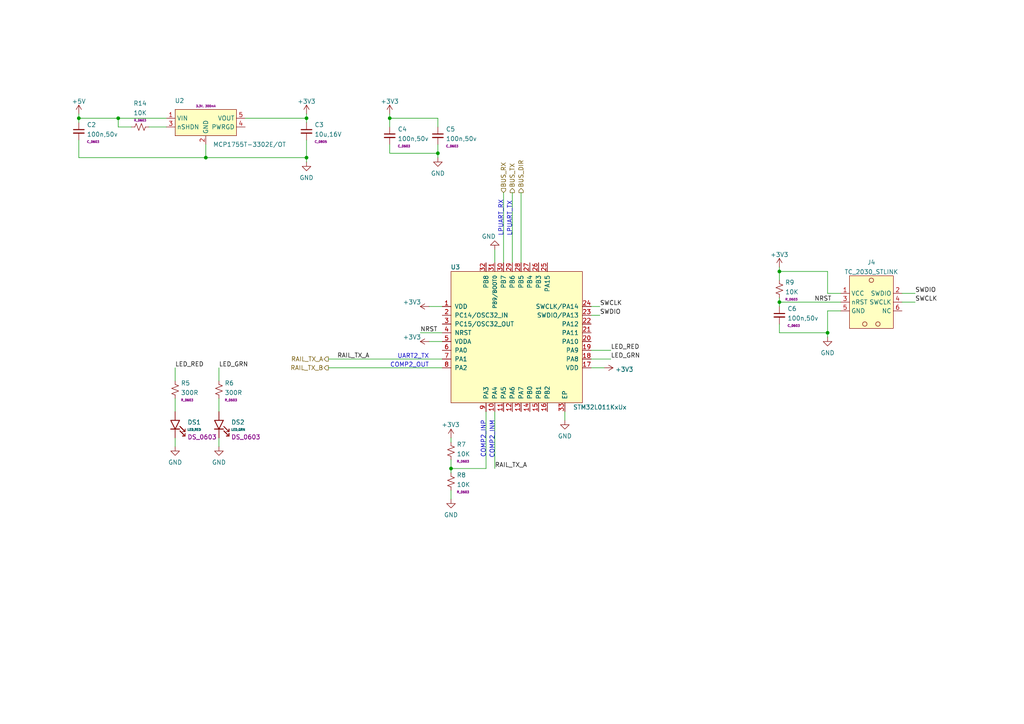
<source format=kicad_sch>
(kicad_sch (version 20211123) (generator eeschema)

  (uuid 8ff11eb5-9e31-4103-860b-77826f1cea10)

  (paper "A4")

  (lib_symbols
    (symbol "C_Capacitor:C_0603" (pin_numbers hide) (pin_names (offset 1.016)) (in_bom yes) (on_board yes)
      (property "Reference" "C" (id 0) (at 3.175 1.905 0)
        (effects (font (size 1.27 1.27)))
      )
      (property "Value" "C_0603" (id 1) (at 5.715 0 0)
        (effects (font (size 1.27 1.27)))
      )
      (property "Footprint" "C_Capacitor:C_0603" (id 2) (at -3.175 0 90)
        (effects (font (size 1.27 1.27)) hide)
      )
      (property "Datasheet" "" (id 3) (at 2.54 2.54 0)
        (effects (font (size 1.27 1.27)) hide)
      )
      (property "Size" "C_0603" (id 4) (at 4.445 -1.905 0)
        (effects (font (size 0.635 0.635)))
      )
      (symbol "C_0603_1_1"
        (polyline
          (pts
            (xy -1.524 -0.508)
            (xy 1.524 -0.508)
          )
          (stroke (width 0.3302) (type default) (color 0 0 0 0))
          (fill (type none))
        )
        (polyline
          (pts
            (xy -1.524 0.508)
            (xy 1.524 0.508)
          )
          (stroke (width 0.3048) (type default) (color 0 0 0 0))
          (fill (type none))
        )
        (pin passive line (at 0 2.54 270) (length 2.032)
          (name "~" (effects (font (size 1.27 1.27))))
          (number "1" (effects (font (size 1.27 1.27))))
        )
        (pin passive line (at 0 -2.54 90) (length 2.032)
          (name "~" (effects (font (size 1.27 1.27))))
          (number "2" (effects (font (size 1.27 1.27))))
        )
      )
    )
    (symbol "C_Capacitor:C_0805" (pin_numbers hide) (pin_names (offset 1.016)) (in_bom yes) (on_board yes)
      (property "Reference" "C" (id 0) (at 3.175 1.905 0)
        (effects (font (size 1.27 1.27)))
      )
      (property "Value" "C_0805" (id 1) (at 5.715 0 0)
        (effects (font (size 1.27 1.27)))
      )
      (property "Footprint" "C_Capacitor:C_0805" (id 2) (at -3.175 0 90)
        (effects (font (size 1.27 1.27)) hide)
      )
      (property "Datasheet" "" (id 3) (at 2.54 2.54 0)
        (effects (font (size 1.27 1.27)) hide)
      )
      (property "Size" "C_0805" (id 4) (at 4.445 -1.905 0)
        (effects (font (size 0.635 0.635)))
      )
      (symbol "C_0805_1_1"
        (polyline
          (pts
            (xy -1.524 -0.508)
            (xy 1.524 -0.508)
          )
          (stroke (width 0.3302) (type default) (color 0 0 0 0))
          (fill (type none))
        )
        (polyline
          (pts
            (xy -1.524 0.508)
            (xy 1.524 0.508)
          )
          (stroke (width 0.3048) (type default) (color 0 0 0 0))
          (fill (type none))
        )
        (pin passive line (at 0 2.54 270) (length 2.032)
          (name "~" (effects (font (size 1.27 1.27))))
          (number "1" (effects (font (size 1.27 1.27))))
        )
        (pin passive line (at 0 -2.54 90) (length 2.032)
          (name "~" (effects (font (size 1.27 1.27))))
          (number "2" (effects (font (size 1.27 1.27))))
        )
      )
    )
    (symbol "DS_LED:DS_0603" (pin_numbers hide) (pin_names (offset 1.016) hide) (in_bom yes) (on_board yes)
      (property "Reference" "DS" (id 0) (at 0 2.54 0)
        (effects (font (size 1.27 1.27)))
      )
      (property "Value" "DS_0603" (id 1) (at 0 -4.445 0)
        (effects (font (size 0.635 0.635)))
      )
      (property "Footprint" "DS_LED:DS_0603" (id 2) (at 0 -6.35 0)
        (effects (font (size 1.27 1.27)) hide)
      )
      (property "Datasheet" "" (id 3) (at 0 -6.35 0)
        (effects (font (size 1.27 1.27)) hide)
      )
      (property "Color" "?" (id 4) (at 1.27 -2.54 0)
        (effects (font (size 1.27 1.27)))
      )
      (symbol "DS_0603_1_1"
        (polyline
          (pts
            (xy -1.27 -1.27)
            (xy -1.27 1.27)
          )
          (stroke (width 0.254) (type default) (color 0 0 0 0))
          (fill (type none))
        )
        (polyline
          (pts
            (xy -1.27 -1.27)
            (xy -1.27 1.27)
          )
          (stroke (width 0.254) (type default) (color 0 0 0 0))
          (fill (type none))
        )
        (polyline
          (pts
            (xy 1.27 -1.27)
            (xy 1.27 1.27)
            (xy -1.27 0)
            (xy 1.27 -1.27)
          )
          (stroke (width 0.254) (type default) (color 0 0 0 0))
          (fill (type none))
        )
        (polyline
          (pts
            (xy -1.778 -1.397)
            (xy -3.302 -2.921)
            (xy -2.54 -2.921)
            (xy -3.302 -2.921)
            (xy -3.302 -2.159)
          )
          (stroke (width 0) (type default) (color 0 0 0 0))
          (fill (type none))
        )
        (polyline
          (pts
            (xy -1.778 -1.397)
            (xy -3.302 -2.921)
            (xy -2.54 -2.921)
            (xy -3.302 -2.921)
            (xy -3.302 -2.159)
          )
          (stroke (width 0) (type default) (color 0 0 0 0))
          (fill (type none))
        )
        (polyline
          (pts
            (xy -1.778 -1.397)
            (xy -3.302 -2.921)
            (xy -2.54 -2.921)
            (xy -3.302 -2.921)
            (xy -3.302 -2.159)
          )
          (stroke (width 0) (type default) (color 0 0 0 0))
          (fill (type none))
        )
        (polyline
          (pts
            (xy -1.778 -1.397)
            (xy -3.302 -2.921)
            (xy -2.54 -2.921)
            (xy -3.302 -2.921)
            (xy -3.302 -2.159)
          )
          (stroke (width 0) (type default) (color 0 0 0 0))
          (fill (type none))
        )
        (polyline
          (pts
            (xy -1.778 -1.397)
            (xy -3.302 -2.921)
            (xy -2.54 -2.921)
            (xy -3.302 -2.921)
            (xy -3.302 -2.159)
          )
          (stroke (width 0) (type default) (color 0 0 0 0))
          (fill (type none))
        )
        (polyline
          (pts
            (xy -1.778 -1.397)
            (xy -3.302 -2.921)
            (xy -2.54 -2.921)
            (xy -3.302 -2.921)
            (xy -3.302 -2.159)
          )
          (stroke (width 0) (type default) (color 0 0 0 0))
          (fill (type none))
        )
        (polyline
          (pts
            (xy -1.778 -1.397)
            (xy -3.302 -2.921)
            (xy -2.54 -2.921)
            (xy -3.302 -2.921)
            (xy -3.302 -2.159)
          )
          (stroke (width 0) (type default) (color 0 0 0 0))
          (fill (type none))
        )
        (polyline
          (pts
            (xy -1.778 -1.397)
            (xy -3.302 -2.921)
            (xy -2.54 -2.921)
            (xy -3.302 -2.921)
            (xy -3.302 -2.159)
          )
          (stroke (width 0) (type default) (color 0 0 0 0))
          (fill (type none))
        )
        (polyline
          (pts
            (xy -0.508 -1.397)
            (xy -2.032 -2.921)
            (xy -1.27 -2.921)
            (xy -2.032 -2.921)
            (xy -2.032 -2.159)
          )
          (stroke (width 0) (type default) (color 0 0 0 0))
          (fill (type none))
        )
        (polyline
          (pts
            (xy -0.508 -1.397)
            (xy -2.032 -2.921)
            (xy -1.27 -2.921)
            (xy -2.032 -2.921)
            (xy -2.032 -2.159)
          )
          (stroke (width 0) (type default) (color 0 0 0 0))
          (fill (type none))
        )
        (polyline
          (pts
            (xy -0.508 -1.397)
            (xy -2.032 -2.921)
            (xy -1.27 -2.921)
            (xy -2.032 -2.921)
            (xy -2.032 -2.159)
          )
          (stroke (width 0) (type default) (color 0 0 0 0))
          (fill (type none))
        )
        (polyline
          (pts
            (xy -0.508 -1.397)
            (xy -2.032 -2.921)
            (xy -1.27 -2.921)
            (xy -2.032 -2.921)
            (xy -2.032 -2.159)
          )
          (stroke (width 0) (type default) (color 0 0 0 0))
          (fill (type none))
        )
        (polyline
          (pts
            (xy -0.508 -1.397)
            (xy -2.032 -2.921)
            (xy -1.27 -2.921)
            (xy -2.032 -2.921)
            (xy -2.032 -2.159)
          )
          (stroke (width 0) (type default) (color 0 0 0 0))
          (fill (type none))
        )
        (polyline
          (pts
            (xy -0.508 -1.397)
            (xy -2.032 -2.921)
            (xy -1.27 -2.921)
            (xy -2.032 -2.921)
            (xy -2.032 -2.159)
          )
          (stroke (width 0) (type default) (color 0 0 0 0))
          (fill (type none))
        )
        (polyline
          (pts
            (xy -0.508 -1.397)
            (xy -2.032 -2.921)
            (xy -1.27 -2.921)
            (xy -2.032 -2.921)
            (xy -2.032 -2.159)
          )
          (stroke (width 0) (type default) (color 0 0 0 0))
          (fill (type none))
        )
        (polyline
          (pts
            (xy -0.508 -1.397)
            (xy -2.032 -2.921)
            (xy -1.27 -2.921)
            (xy -2.032 -2.921)
            (xy -2.032 -2.159)
          )
          (stroke (width 0) (type default) (color 0 0 0 0))
          (fill (type none))
        )
        (pin passive line (at -3.81 0 0) (length 2.54)
          (name "K" (effects (font (size 1.27 1.27))))
          (number "1" (effects (font (size 1.27 1.27))))
        )
        (pin passive line (at 3.81 0 180) (length 2.54)
          (name "A" (effects (font (size 1.27 1.27))))
          (number "2" (effects (font (size 1.27 1.27))))
        )
      )
    )
    (symbol "J_Connector:TC_2030_STLINK" (in_bom yes) (on_board yes)
      (property "Reference" "J" (id 0) (at -6.4 8.96 0)
        (effects (font (size 1.27 1.27)))
      )
      (property "Value" "TC_2030_STLINK" (id 1) (at 0 -8.96 0)
        (effects (font (size 1.27 1.27)))
      )
      (property "Footprint" "N_NonPart:TagConnect_2030" (id 2) (at 0 -11.52 0)
        (effects (font (size 1.27 1.27)) hide)
      )
      (property "Datasheet" "" (id 3) (at -5.715 0 0)
        (effects (font (size 1.27 1.27)) hide)
      )
      (symbol "TC_2030_STLINK_0_1"
        (rectangle (start -6.35 7.62) (end 6.35 -7.62)
          (stroke (width 0.1524) (type default) (color 0 0 0 0))
          (fill (type background))
        )
        (circle (center -1.905 -6.35) (radius 0.635)
          (stroke (width 0.1524) (type default) (color 0 0 0 0))
          (fill (type none))
        )
        (circle (center 0 6.35) (radius 0.635)
          (stroke (width 0.1524) (type default) (color 0 0 0 0))
          (fill (type none))
        )
        (circle (center 1.905 -6.35) (radius 0.635)
          (stroke (width 0.1524) (type default) (color 0 0 0 0))
          (fill (type none))
        )
      )
      (symbol "TC_2030_STLINK_1_1"
        (pin power_in line (at -8.89 2.54 0) (length 2.54)
          (name "VCC" (effects (font (size 1.27 1.27))))
          (number "1" (effects (font (size 1.27 1.27))))
        )
        (pin bidirectional line (at 8.89 2.54 180) (length 2.54)
          (name "SWDIO" (effects (font (size 1.27 1.27))))
          (number "2" (effects (font (size 1.27 1.27))))
        )
        (pin output line (at -8.89 0 0) (length 2.54)
          (name "nRST" (effects (font (size 1.27 1.27))))
          (number "3" (effects (font (size 1.27 1.27))))
        )
        (pin bidirectional line (at 8.89 0 180) (length 2.54)
          (name "SWCLK" (effects (font (size 1.27 1.27))))
          (number "4" (effects (font (size 1.27 1.27))))
        )
        (pin power_in line (at -8.89 -2.54 0) (length 2.54)
          (name "GND" (effects (font (size 1.27 1.27))))
          (number "5" (effects (font (size 1.27 1.27))))
        )
        (pin free line (at 8.89 -2.54 180) (length 2.54)
          (name "NC" (effects (font (size 1.27 1.27))))
          (number "6" (effects (font (size 1.27 1.27))))
        )
      )
    )
    (symbol "R_Resistor:R_0603" (pin_numbers hide) (pin_names (offset 1.016)) (in_bom yes) (on_board yes)
      (property "Reference" "R" (id 0) (at 2.54 1.905 0)
        (effects (font (size 1.27 1.27)))
      )
      (property "Value" "R_0603" (id 1) (at 5.08 0 0)
        (effects (font (size 1.27 1.27)))
      )
      (property "Footprint" "R_Resistor:R_0603" (id 2) (at -2.54 0 90)
        (effects (font (size 1.27 1.27)) hide)
      )
      (property "Datasheet" "" (id 3) (at -2.54 -3.81 0)
        (effects (font (size 1.27 1.27)) hide)
      )
      (property "Size" "R_0603" (id 4) (at 3.81 -1.905 0)
        (effects (font (size 0.635 0.635)))
      )
      (symbol "R_0603_1_1"
        (polyline
          (pts
            (xy 0 0)
            (xy 1.016 -0.381)
            (xy 0 -0.762)
            (xy -1.016 -1.143)
            (xy 0 -1.524)
          )
          (stroke (width 0) (type default) (color 0 0 0 0))
          (fill (type none))
        )
        (polyline
          (pts
            (xy 0 1.524)
            (xy 1.016 1.143)
            (xy 0 0.762)
            (xy -1.016 0.381)
            (xy 0 0)
          )
          (stroke (width 0) (type default) (color 0 0 0 0))
          (fill (type none))
        )
        (pin passive line (at 0 2.54 270) (length 1.016)
          (name "~" (effects (font (size 1.27 1.27))))
          (number "1" (effects (font (size 1.27 1.27))))
        )
        (pin passive line (at 0 -2.54 90) (length 1.016)
          (name "~" (effects (font (size 1.27 1.27))))
          (number "2" (effects (font (size 1.27 1.27))))
        )
      )
    )
    (symbol "U_MCU:STM32L011KxUx" (pin_names (offset 1.016)) (in_bom yes) (on_board yes)
      (property "Reference" "U" (id 0) (at 1.27 39.37 0)
        (effects (font (size 1.27 1.27)))
      )
      (property "Value" "STM32L011KxUx" (id 1) (at 20.32 19.05 0)
        (effects (font (size 1.27 1.27)))
      )
      (property "Footprint" "U_IC:QFN32_05_5x5_EP" (id 2) (at 20.32 16.51 0)
        (effects (font (size 1.27 1.27)) hide)
      )
      (property "Datasheet" "" (id 3) (at 0 0 0)
        (effects (font (size 1.27 1.27)) hide)
      )
      (symbol "STM32L011KxUx_0_1"
        (rectangle (start 0 38.1) (end 38.1 0)
          (stroke (width 0) (type default) (color 0 0 0 0))
          (fill (type background))
        )
      )
      (symbol "STM32L011KxUx_1_1"
        (pin power_in line (at -2.54 27.94 0) (length 2.54)
          (name "VDD" (effects (font (size 1.27 1.27))))
          (number "1" (effects (font (size 1.27 1.27))))
        )
        (pin bidirectional line (at 12.7 -2.54 90) (length 2.54)
          (name "PA4" (effects (font (size 1.27 1.27))))
          (number "10" (effects (font (size 1.27 1.27))))
        )
        (pin bidirectional line (at 15.24 -2.54 90) (length 2.54)
          (name "PA5" (effects (font (size 1.27 1.27))))
          (number "11" (effects (font (size 1.27 1.27))))
        )
        (pin bidirectional line (at 17.78 -2.54 90) (length 2.54)
          (name "PA6" (effects (font (size 1.27 1.27))))
          (number "12" (effects (font (size 1.27 1.27))))
        )
        (pin bidirectional line (at 20.32 -2.54 90) (length 2.54)
          (name "PA7" (effects (font (size 1.27 1.27))))
          (number "13" (effects (font (size 1.27 1.27))))
        )
        (pin bidirectional line (at 22.86 -2.54 90) (length 2.54)
          (name "PB0" (effects (font (size 1.27 1.27))))
          (number "14" (effects (font (size 1.27 1.27))))
        )
        (pin bidirectional line (at 25.4 -2.54 90) (length 2.54)
          (name "PB1" (effects (font (size 1.27 1.27))))
          (number "15" (effects (font (size 1.27 1.27))))
        )
        (pin bidirectional line (at 27.94 -2.54 90) (length 2.54)
          (name "PB2" (effects (font (size 1.27 1.27))))
          (number "16" (effects (font (size 1.27 1.27))))
        )
        (pin power_in line (at 40.64 10.16 180) (length 2.54)
          (name "VDD" (effects (font (size 1.27 1.27))))
          (number "17" (effects (font (size 1.27 1.27))))
        )
        (pin bidirectional line (at 40.64 12.7 180) (length 2.54)
          (name "PA8" (effects (font (size 1.27 1.27))))
          (number "18" (effects (font (size 1.27 1.27))))
        )
        (pin bidirectional line (at 40.64 15.24 180) (length 2.54)
          (name "PA9" (effects (font (size 1.27 1.27))))
          (number "19" (effects (font (size 1.27 1.27))))
        )
        (pin bidirectional line (at -2.54 25.4 0) (length 2.54)
          (name "PC14/OSC32_IN" (effects (font (size 1.27 1.27))))
          (number "2" (effects (font (size 1.27 1.27))))
        )
        (pin bidirectional line (at 40.64 17.78 180) (length 2.54)
          (name "PA10" (effects (font (size 1.27 1.27))))
          (number "20" (effects (font (size 1.27 1.27))))
        )
        (pin bidirectional line (at 40.64 20.32 180) (length 2.54)
          (name "PA11" (effects (font (size 1.27 1.27))))
          (number "21" (effects (font (size 1.27 1.27))))
        )
        (pin bidirectional line (at 40.64 22.86 180) (length 2.54)
          (name "PA12" (effects (font (size 1.27 1.27))))
          (number "22" (effects (font (size 1.27 1.27))))
        )
        (pin bidirectional line (at 40.64 25.4 180) (length 2.54)
          (name "SWDIO/PA13" (effects (font (size 1.27 1.27))))
          (number "23" (effects (font (size 1.27 1.27))))
        )
        (pin bidirectional line (at 40.64 27.94 180) (length 2.54)
          (name "SWCLK/PA14" (effects (font (size 1.27 1.27))))
          (number "24" (effects (font (size 1.27 1.27))))
        )
        (pin bidirectional line (at 27.94 40.64 270) (length 2.54)
          (name "PA15" (effects (font (size 1.27 1.27))))
          (number "25" (effects (font (size 1.27 1.27))))
        )
        (pin bidirectional line (at 25.4 40.64 270) (length 2.54)
          (name "PB3" (effects (font (size 1.27 1.27))))
          (number "26" (effects (font (size 1.27 1.27))))
        )
        (pin bidirectional line (at 22.86 40.64 270) (length 2.54)
          (name "PB4" (effects (font (size 1.27 1.27))))
          (number "27" (effects (font (size 1.27 1.27))))
        )
        (pin bidirectional line (at 20.32 40.64 270) (length 2.54)
          (name "PB5" (effects (font (size 1.27 1.27))))
          (number "28" (effects (font (size 1.27 1.27))))
        )
        (pin bidirectional line (at 17.78 40.64 270) (length 2.54)
          (name "PB6" (effects (font (size 1.27 1.27))))
          (number "29" (effects (font (size 1.27 1.27))))
        )
        (pin bidirectional line (at -2.54 22.86 0) (length 2.54)
          (name "PC15/OSC32_OUT" (effects (font (size 1.27 1.27))))
          (number "3" (effects (font (size 1.27 1.27))))
        )
        (pin bidirectional line (at 15.24 40.64 270) (length 2.54)
          (name "PB7" (effects (font (size 1.27 1.27))))
          (number "30" (effects (font (size 1.27 1.27))))
        )
        (pin bidirectional line (at 12.7 40.64 270) (length 2.54)
          (name "PB9/BOOT0" (effects (font (size 1.0922 1.0922))))
          (number "31" (effects (font (size 1.27 1.27))))
        )
        (pin bidirectional line (at 10.16 40.64 270) (length 2.54)
          (name "PB8" (effects (font (size 1.27 1.27))))
          (number "32" (effects (font (size 1.27 1.27))))
        )
        (pin power_in line (at 33.02 -2.54 90) (length 2.54)
          (name "EP" (effects (font (size 1.27 1.27))))
          (number "33" (effects (font (size 1.27 1.27))))
        )
        (pin input line (at -2.54 20.32 0) (length 2.54)
          (name "NRST" (effects (font (size 1.27 1.27))))
          (number "4" (effects (font (size 1.27 1.27))))
        )
        (pin power_in line (at -2.54 17.78 0) (length 2.54)
          (name "VDDA" (effects (font (size 1.27 1.27))))
          (number "5" (effects (font (size 1.27 1.27))))
        )
        (pin bidirectional line (at -2.54 15.24 0) (length 2.54)
          (name "PA0" (effects (font (size 1.27 1.27))))
          (number "6" (effects (font (size 1.27 1.27))))
        )
        (pin bidirectional line (at -2.54 12.7 0) (length 2.54)
          (name "PA1" (effects (font (size 1.27 1.27))))
          (number "7" (effects (font (size 1.27 1.27))))
        )
        (pin bidirectional line (at -2.54 10.16 0) (length 2.54)
          (name "PA2" (effects (font (size 1.27 1.27))))
          (number "8" (effects (font (size 1.27 1.27))))
        )
        (pin bidirectional line (at 10.16 -2.54 90) (length 2.54)
          (name "PA3" (effects (font (size 1.27 1.27))))
          (number "9" (effects (font (size 1.27 1.27))))
        )
      )
    )
    (symbol "U_Power:MCP1755T-3302E{slash}OT" (in_bom yes) (on_board yes)
      (property "Reference" "U" (id 0) (at -7.62 6.35 0)
        (effects (font (size 1.27 1.27)))
      )
      (property "Value" "MCP1755T-3302E{slash}OT" (id 1) (at 12.7 -3.81 0)
        (effects (font (size 1.27 1.27)))
      )
      (property "Footprint" "U_IC:SOT23_5" (id 2) (at 8.89 -6.35 0)
        (effects (font (size 1.27 1.27)) hide)
      )
      (property "Datasheet" "https://ww1.microchip.com/downloads/en/DeviceDoc/MCP1755-MCP1755S-Data-Sheet-DS20005160B.pdf" (id 3) (at -2.54 -15.875 0)
        (effects (font (size 1.27 1.27)) hide)
      )
      (property "Params" "3.3V, 300mA" (id 4) (at 6.35 -5.08 0)
        (effects (font (size 0.6 0.6)))
      )
      (property "ki_description" "IC REG LINEAR 3.3V 300MA SOT23-5" (id 5) (at 0 0 0)
        (effects (font (size 1.27 1.27)) hide)
      )
      (symbol "MCP1755T-3302E{slash}OT_0_1"
        (rectangle (start -8.89 -2.54) (end 8.89 5.08)
          (stroke (width 0.1524) (type default) (color 0 0 0 0))
          (fill (type background))
        )
      )
      (symbol "MCP1755T-3302E{slash}OT_1_1"
        (pin power_in line (at -11.43 2.54 0) (length 2.54)
          (name "VIN" (effects (font (size 1.27 1.27))))
          (number "1" (effects (font (size 1.27 1.27))))
        )
        (pin power_in line (at 0 -5.08 90) (length 2.54)
          (name "GND" (effects (font (size 1.27 1.27))))
          (number "2" (effects (font (size 1.27 1.27))))
        )
        (pin input line (at -11.43 0 0) (length 2.54)
          (name "nSHDN" (effects (font (size 1.27 1.27))))
          (number "3" (effects (font (size 1.27 1.27))))
        )
        (pin output line (at 11.43 0 180) (length 2.54)
          (name "PWRGD" (effects (font (size 1.27 1.27))))
          (number "4" (effects (font (size 1.27 1.27))))
        )
        (pin power_out line (at 11.43 2.54 180) (length 2.54)
          (name "VOUT" (effects (font (size 1.27 1.27))))
          (number "5" (effects (font (size 1.27 1.27))))
        )
      )
    )
    (symbol "power:+3V3" (power) (pin_names (offset 0)) (in_bom yes) (on_board yes)
      (property "Reference" "#PWR" (id 0) (at 0 -3.81 0)
        (effects (font (size 1.27 1.27)) hide)
      )
      (property "Value" "+3V3" (id 1) (at 0 3.556 0)
        (effects (font (size 1.27 1.27)))
      )
      (property "Footprint" "" (id 2) (at 0 0 0)
        (effects (font (size 1.27 1.27)) hide)
      )
      (property "Datasheet" "" (id 3) (at 0 0 0)
        (effects (font (size 1.27 1.27)) hide)
      )
      (property "ki_keywords" "power-flag" (id 4) (at 0 0 0)
        (effects (font (size 1.27 1.27)) hide)
      )
      (property "ki_description" "Power symbol creates a global label with name \"+3V3\"" (id 5) (at 0 0 0)
        (effects (font (size 1.27 1.27)) hide)
      )
      (symbol "+3V3_0_1"
        (polyline
          (pts
            (xy -0.762 1.27)
            (xy 0 2.54)
          )
          (stroke (width 0) (type default) (color 0 0 0 0))
          (fill (type none))
        )
        (polyline
          (pts
            (xy 0 0)
            (xy 0 2.54)
          )
          (stroke (width 0) (type default) (color 0 0 0 0))
          (fill (type none))
        )
        (polyline
          (pts
            (xy 0 2.54)
            (xy 0.762 1.27)
          )
          (stroke (width 0) (type default) (color 0 0 0 0))
          (fill (type none))
        )
      )
      (symbol "+3V3_1_1"
        (pin power_in line (at 0 0 90) (length 0) hide
          (name "+3V3" (effects (font (size 1.27 1.27))))
          (number "1" (effects (font (size 1.27 1.27))))
        )
      )
    )
    (symbol "power:+5V" (power) (pin_names (offset 0)) (in_bom yes) (on_board yes)
      (property "Reference" "#PWR" (id 0) (at 0 -3.81 0)
        (effects (font (size 1.27 1.27)) hide)
      )
      (property "Value" "+5V" (id 1) (at 0 3.556 0)
        (effects (font (size 1.27 1.27)))
      )
      (property "Footprint" "" (id 2) (at 0 0 0)
        (effects (font (size 1.27 1.27)) hide)
      )
      (property "Datasheet" "" (id 3) (at 0 0 0)
        (effects (font (size 1.27 1.27)) hide)
      )
      (property "ki_keywords" "power-flag" (id 4) (at 0 0 0)
        (effects (font (size 1.27 1.27)) hide)
      )
      (property "ki_description" "Power symbol creates a global label with name \"+5V\"" (id 5) (at 0 0 0)
        (effects (font (size 1.27 1.27)) hide)
      )
      (symbol "+5V_0_1"
        (polyline
          (pts
            (xy -0.762 1.27)
            (xy 0 2.54)
          )
          (stroke (width 0) (type default) (color 0 0 0 0))
          (fill (type none))
        )
        (polyline
          (pts
            (xy 0 0)
            (xy 0 2.54)
          )
          (stroke (width 0) (type default) (color 0 0 0 0))
          (fill (type none))
        )
        (polyline
          (pts
            (xy 0 2.54)
            (xy 0.762 1.27)
          )
          (stroke (width 0) (type default) (color 0 0 0 0))
          (fill (type none))
        )
      )
      (symbol "+5V_1_1"
        (pin power_in line (at 0 0 90) (length 0) hide
          (name "+5V" (effects (font (size 1.27 1.27))))
          (number "1" (effects (font (size 1.27 1.27))))
        )
      )
    )
    (symbol "power:GND" (power) (pin_names (offset 0)) (in_bom yes) (on_board yes)
      (property "Reference" "#PWR" (id 0) (at 0 -6.35 0)
        (effects (font (size 1.27 1.27)) hide)
      )
      (property "Value" "GND" (id 1) (at 0 -3.81 0)
        (effects (font (size 1.27 1.27)))
      )
      (property "Footprint" "" (id 2) (at 0 0 0)
        (effects (font (size 1.27 1.27)) hide)
      )
      (property "Datasheet" "" (id 3) (at 0 0 0)
        (effects (font (size 1.27 1.27)) hide)
      )
      (property "ki_keywords" "power-flag" (id 4) (at 0 0 0)
        (effects (font (size 1.27 1.27)) hide)
      )
      (property "ki_description" "Power symbol creates a global label with name \"GND\" , ground" (id 5) (at 0 0 0)
        (effects (font (size 1.27 1.27)) hide)
      )
      (symbol "GND_0_1"
        (polyline
          (pts
            (xy 0 0)
            (xy 0 -1.27)
            (xy 1.27 -1.27)
            (xy 0 -2.54)
            (xy -1.27 -1.27)
            (xy 0 -1.27)
          )
          (stroke (width 0) (type default) (color 0 0 0 0))
          (fill (type none))
        )
      )
      (symbol "GND_1_1"
        (pin power_in line (at 0 0 270) (length 0) hide
          (name "GND" (effects (font (size 1.27 1.27))))
          (number "1" (effects (font (size 1.27 1.27))))
        )
      )
    )
  )


  (junction (at 113.03 34.29) (diameter 0) (color 0 0 0 0)
    (uuid 0e3b830b-44b6-4955-9ac5-37d672f30298)
  )
  (junction (at 226.06 87.63) (diameter 0) (color 0 0 0 0)
    (uuid 152124c5-fd3f-4bc8-82d1-4c4f1ed033d7)
  )
  (junction (at 88.9 45.72) (diameter 0) (color 0 0 0 0)
    (uuid 316c47c5-60ab-4226-8baa-7395e8ce32e1)
  )
  (junction (at 226.06 78.74) (diameter 0) (color 0 0 0 0)
    (uuid 33f7dbb8-145c-44df-8cef-281637671720)
  )
  (junction (at 127 44.45) (diameter 0) (color 0 0 0 0)
    (uuid 3823f5fe-6930-41dc-a012-8e2185bf08b4)
  )
  (junction (at 59.69 45.72) (diameter 0) (color 0 0 0 0)
    (uuid 402a34de-d7f4-461e-972c-5201f181605d)
  )
  (junction (at 34.29 34.29) (diameter 0) (color 0 0 0 0)
    (uuid 508ffaee-9de0-476f-a5fa-18d3bd957488)
  )
  (junction (at 240.03 96.52) (diameter 0) (color 0 0 0 0)
    (uuid 5748d9d3-dc2f-4429-b465-2f0dd77b728d)
  )
  (junction (at 22.86 34.29) (diameter 0) (color 0 0 0 0)
    (uuid 8b01b1a9-d720-4823-9832-05ba8bd2bf37)
  )
  (junction (at 130.81 135.89) (diameter 0) (color 0 0 0 0)
    (uuid c9e1f646-086b-486b-9de6-cc3c55cefd9e)
  )
  (junction (at 88.9 34.29) (diameter 0) (color 0 0 0 0)
    (uuid ca5af9a3-dcb0-42a2-83b5-cc0ab3ef92b5)
  )

  (wire (pts (xy 34.29 36.83) (xy 34.29 34.29))
    (stroke (width 0) (type default) (color 0 0 0 0))
    (uuid 048a024b-45cc-4252-a264-71a04332d761)
  )
  (wire (pts (xy 143.51 72.39) (xy 143.51 76.2))
    (stroke (width 0) (type default) (color 0 0 0 0))
    (uuid 0609454f-3aee-4aee-aeb1-592192371acd)
  )
  (wire (pts (xy 63.5 115.57) (xy 63.5 119.38))
    (stroke (width 0) (type default) (color 0 0 0 0))
    (uuid 09633557-a80a-4b2c-af4b-3eea65d2d356)
  )
  (wire (pts (xy 113.03 41.91) (xy 113.03 44.45))
    (stroke (width 0) (type default) (color 0 0 0 0))
    (uuid 0fc33d34-e9c6-4393-8c57-96500008f0e0)
  )
  (wire (pts (xy 50.8 115.57) (xy 50.8 119.38))
    (stroke (width 0) (type default) (color 0 0 0 0))
    (uuid 12b60124-19ea-49e8-b353-a22880e4ed6c)
  )
  (wire (pts (xy 240.03 96.52) (xy 240.03 90.17))
    (stroke (width 0) (type default) (color 0 0 0 0))
    (uuid 140b56a6-b015-4526-9da5-40476b3a471d)
  )
  (wire (pts (xy 261.62 85.09) (xy 265.43 85.09))
    (stroke (width 0) (type default) (color 0 0 0 0))
    (uuid 1e87cff3-9013-4783-a2d8-66e35dcb973b)
  )
  (wire (pts (xy 88.9 40.64) (xy 88.9 45.72))
    (stroke (width 0) (type default) (color 0 0 0 0))
    (uuid 1fccac94-ccb8-453b-a02e-f4b02dfc2c89)
  )
  (wire (pts (xy 226.06 93.98) (xy 226.06 96.52))
    (stroke (width 0) (type default) (color 0 0 0 0))
    (uuid 2013321f-d9e3-4585-8897-c7bfd1493092)
  )
  (wire (pts (xy 88.9 34.29) (xy 88.9 35.56))
    (stroke (width 0) (type default) (color 0 0 0 0))
    (uuid 2239f08f-ca8e-47e3-a31e-921ac1757d49)
  )
  (wire (pts (xy 240.03 78.74) (xy 240.03 85.09))
    (stroke (width 0) (type default) (color 0 0 0 0))
    (uuid 23de8832-7539-4898-b32c-c740306f8365)
  )
  (wire (pts (xy 171.45 106.68) (xy 175.26 106.68))
    (stroke (width 0) (type default) (color 0 0 0 0))
    (uuid 261dbf14-ce61-4f23-b333-80839e0eb109)
  )
  (wire (pts (xy 63.5 106.68) (xy 63.5 110.49))
    (stroke (width 0) (type default) (color 0 0 0 0))
    (uuid 2aaecc29-49d8-41c2-aaa2-82b4212a3ea1)
  )
  (wire (pts (xy 130.81 127) (xy 130.81 128.27))
    (stroke (width 0) (type default) (color 0 0 0 0))
    (uuid 2e8b62b6-55ea-47bd-9bc5-3849023fc5b2)
  )
  (wire (pts (xy 127 44.45) (xy 127 41.91))
    (stroke (width 0) (type default) (color 0 0 0 0))
    (uuid 2ea5b180-7762-4aa1-8f3a-8de94dbb8c29)
  )
  (wire (pts (xy 171.45 88.9) (xy 173.99 88.9))
    (stroke (width 0) (type default) (color 0 0 0 0))
    (uuid 38bdea27-985f-4767-a3d7-00b65edbd4b2)
  )
  (wire (pts (xy 226.06 77.47) (xy 226.06 78.74))
    (stroke (width 0) (type default) (color 0 0 0 0))
    (uuid 392c46da-b4e0-43d4-9e9b-e55a80d994dc)
  )
  (wire (pts (xy 171.45 104.14) (xy 177.165 104.14))
    (stroke (width 0) (type default) (color 0 0 0 0))
    (uuid 3a9d4347-bd08-44bb-83e0-7c4a84d09675)
  )
  (wire (pts (xy 59.69 41.91) (xy 59.69 45.72))
    (stroke (width 0) (type default) (color 0 0 0 0))
    (uuid 3af426e7-1072-4463-a92e-befcce920875)
  )
  (wire (pts (xy 113.03 34.29) (xy 113.03 36.83))
    (stroke (width 0) (type default) (color 0 0 0 0))
    (uuid 434fdb5c-314e-4447-96c3-51bab3cf36b1)
  )
  (wire (pts (xy 130.81 135.89) (xy 130.81 137.16))
    (stroke (width 0) (type default) (color 0 0 0 0))
    (uuid 487114d1-a03c-4f3d-82d6-d056b30a86b9)
  )
  (wire (pts (xy 261.62 87.63) (xy 265.43 87.63))
    (stroke (width 0) (type default) (color 0 0 0 0))
    (uuid 516b1153-dce7-40f0-9d38-4ab7bc50659d)
  )
  (wire (pts (xy 226.06 78.74) (xy 226.06 81.28))
    (stroke (width 0) (type default) (color 0 0 0 0))
    (uuid 597f8cf0-c06a-4318-b540-acea68a40b64)
  )
  (wire (pts (xy 240.03 78.74) (xy 226.06 78.74))
    (stroke (width 0) (type default) (color 0 0 0 0))
    (uuid 5a7400b4-e8b4-4d9a-bf12-64bca1ec0fe4)
  )
  (wire (pts (xy 22.86 34.29) (xy 34.29 34.29))
    (stroke (width 0) (type default) (color 0 0 0 0))
    (uuid 5e57bb89-228f-4d22-951d-b7de142e927c)
  )
  (wire (pts (xy 146.05 55.88) (xy 146.05 76.2))
    (stroke (width 0) (type default) (color 0 0 0 0))
    (uuid 5eaa5fa1-0aed-45f5-80ee-cc40f4e88f99)
  )
  (wire (pts (xy 121.92 96.52) (xy 128.27 96.52))
    (stroke (width 0) (type default) (color 0 0 0 0))
    (uuid 5f7ab853-5868-41d8-bb7e-5315351f791d)
  )
  (wire (pts (xy 226.06 86.36) (xy 226.06 87.63))
    (stroke (width 0) (type default) (color 0 0 0 0))
    (uuid 65bfd261-fb92-4109-847f-b215ed844e92)
  )
  (wire (pts (xy 22.86 33.02) (xy 22.86 34.29))
    (stroke (width 0) (type default) (color 0 0 0 0))
    (uuid 69ac8a4b-299a-4fb7-ba92-12f9f3f07673)
  )
  (wire (pts (xy 22.86 34.29) (xy 22.86 35.56))
    (stroke (width 0) (type default) (color 0 0 0 0))
    (uuid 6d198f08-73eb-437a-9560-d16fc019d0f2)
  )
  (wire (pts (xy 22.86 40.64) (xy 22.86 45.72))
    (stroke (width 0) (type default) (color 0 0 0 0))
    (uuid 737737cb-72af-44d3-8668-ff4cfe9c2cc7)
  )
  (wire (pts (xy 43.18 36.83) (xy 48.26 36.83))
    (stroke (width 0) (type default) (color 0 0 0 0))
    (uuid 77f711c3-4426-4671-aa05-d8185a166d70)
  )
  (wire (pts (xy 240.03 90.17) (xy 243.84 90.17))
    (stroke (width 0) (type default) (color 0 0 0 0))
    (uuid 7940a524-f1eb-46e1-872c-28fc2356097c)
  )
  (wire (pts (xy 95.25 104.14) (xy 128.27 104.14))
    (stroke (width 0) (type default) (color 0 0 0 0))
    (uuid 794483a4-efd5-4462-aaa8-ade35c5662ae)
  )
  (wire (pts (xy 140.97 135.89) (xy 130.81 135.89))
    (stroke (width 0) (type default) (color 0 0 0 0))
    (uuid 7dbcaef0-840b-425e-812c-bb6cea9f04d8)
  )
  (wire (pts (xy 130.81 142.24) (xy 130.81 144.78))
    (stroke (width 0) (type default) (color 0 0 0 0))
    (uuid 8301b989-5633-4f2f-b3b1-f3ee672fecbf)
  )
  (wire (pts (xy 151.13 55.88) (xy 151.13 76.2))
    (stroke (width 0) (type default) (color 0 0 0 0))
    (uuid 87f19743-ee4a-4ff8-bd87-6c2475212e1b)
  )
  (wire (pts (xy 171.45 91.44) (xy 173.99 91.44))
    (stroke (width 0) (type default) (color 0 0 0 0))
    (uuid 8e0bced1-63b9-4cc8-846b-4120f8633966)
  )
  (wire (pts (xy 88.9 45.72) (xy 88.9 46.99))
    (stroke (width 0) (type default) (color 0 0 0 0))
    (uuid 8f4910ec-d442-427e-a0bf-783602f3f05c)
  )
  (wire (pts (xy 124.46 99.06) (xy 128.27 99.06))
    (stroke (width 0) (type default) (color 0 0 0 0))
    (uuid 94370d7e-4d3a-46c4-944d-4b5af52f24ae)
  )
  (wire (pts (xy 71.12 34.29) (xy 88.9 34.29))
    (stroke (width 0) (type default) (color 0 0 0 0))
    (uuid 95823bdb-9bfb-4cad-b8be-4e07a900e2fc)
  )
  (wire (pts (xy 143.51 119.38) (xy 143.51 135.89))
    (stroke (width 0) (type default) (color 0 0 0 0))
    (uuid 958e8049-1798-428a-91c6-7e35ca0febde)
  )
  (wire (pts (xy 95.25 106.68) (xy 128.27 106.68))
    (stroke (width 0) (type default) (color 0 0 0 0))
    (uuid 95a1f2a0-22da-4e16-ae7c-f7a838362ec5)
  )
  (wire (pts (xy 59.69 45.72) (xy 88.9 45.72))
    (stroke (width 0) (type default) (color 0 0 0 0))
    (uuid 980d30e3-dcd8-4868-99e8-34ad6d217f85)
  )
  (wire (pts (xy 50.8 127) (xy 50.8 129.54))
    (stroke (width 0) (type default) (color 0 0 0 0))
    (uuid 9b5920dc-d2cd-4799-be90-54bff65b3fce)
  )
  (wire (pts (xy 34.29 34.29) (xy 48.26 34.29))
    (stroke (width 0) (type default) (color 0 0 0 0))
    (uuid 9e2c9e14-cd74-41e0-8c37-7a65ca1067fc)
  )
  (wire (pts (xy 113.03 33.02) (xy 113.03 34.29))
    (stroke (width 0) (type default) (color 0 0 0 0))
    (uuid a02c407e-064b-4cf6-9de5-8a6caa5855a2)
  )
  (wire (pts (xy 113.03 44.45) (xy 127 44.45))
    (stroke (width 0) (type default) (color 0 0 0 0))
    (uuid a08ca26c-08ab-4cc5-9fc3-9871e5846cc4)
  )
  (wire (pts (xy 163.83 119.38) (xy 163.83 121.92))
    (stroke (width 0) (type default) (color 0 0 0 0))
    (uuid a5fd806a-cf5d-4922-869a-b46128056c8d)
  )
  (wire (pts (xy 88.9 33.02) (xy 88.9 34.29))
    (stroke (width 0) (type default) (color 0 0 0 0))
    (uuid a6bc454a-dcf1-4c7c-bbc4-2672f572f0f0)
  )
  (wire (pts (xy 50.8 106.68) (xy 50.8 110.49))
    (stroke (width 0) (type default) (color 0 0 0 0))
    (uuid a6d07119-4a32-4c04-b6c9-5b21353a983c)
  )
  (wire (pts (xy 240.03 96.52) (xy 240.03 97.79))
    (stroke (width 0) (type default) (color 0 0 0 0))
    (uuid a8b69fe7-da5b-4de7-b5e6-d4494bcbc493)
  )
  (wire (pts (xy 63.5 127) (xy 63.5 129.54))
    (stroke (width 0) (type default) (color 0 0 0 0))
    (uuid a9468396-d839-4a80-b879-ff410909737f)
  )
  (wire (pts (xy 226.06 87.63) (xy 226.06 88.9))
    (stroke (width 0) (type default) (color 0 0 0 0))
    (uuid ad2c9e02-6ed7-4674-964d-87318cb68b8e)
  )
  (wire (pts (xy 38.1 36.83) (xy 34.29 36.83))
    (stroke (width 0) (type default) (color 0 0 0 0))
    (uuid ad9c2ef0-7751-49c1-af22-ae191a722e90)
  )
  (wire (pts (xy 226.06 87.63) (xy 243.84 87.63))
    (stroke (width 0) (type default) (color 0 0 0 0))
    (uuid bdce24f9-f74a-44df-90a1-4f7564a3e6c3)
  )
  (wire (pts (xy 226.06 96.52) (xy 240.03 96.52))
    (stroke (width 0) (type default) (color 0 0 0 0))
    (uuid c1ec9bf7-8686-495e-bbcf-c84887b9da4d)
  )
  (wire (pts (xy 148.59 55.88) (xy 148.59 76.2))
    (stroke (width 0) (type default) (color 0 0 0 0))
    (uuid cc8db212-8432-4929-b470-be378dfa7f03)
  )
  (wire (pts (xy 127 36.83) (xy 127 34.29))
    (stroke (width 0) (type default) (color 0 0 0 0))
    (uuid d85ab8ae-b6d9-496b-8334-e5d6b6897d37)
  )
  (wire (pts (xy 130.81 133.35) (xy 130.81 135.89))
    (stroke (width 0) (type default) (color 0 0 0 0))
    (uuid dd60cbb0-80f4-40d6-92f0-7db98eb0dd25)
  )
  (wire (pts (xy 171.45 101.6) (xy 177.165 101.6))
    (stroke (width 0) (type default) (color 0 0 0 0))
    (uuid df266f97-b185-4b26-967e-1d83e105ae52)
  )
  (wire (pts (xy 140.97 119.38) (xy 140.97 135.89))
    (stroke (width 0) (type default) (color 0 0 0 0))
    (uuid df8ad418-478f-4d36-81d0-116a57ca12bd)
  )
  (wire (pts (xy 243.84 85.09) (xy 240.03 85.09))
    (stroke (width 0) (type default) (color 0 0 0 0))
    (uuid e00c7b18-3832-4399-bb77-980187a6cc9d)
  )
  (wire (pts (xy 127 34.29) (xy 113.03 34.29))
    (stroke (width 0) (type default) (color 0 0 0 0))
    (uuid e8ee2d51-54a2-449b-afc7-065426425b16)
  )
  (wire (pts (xy 124.46 88.9) (xy 128.27 88.9))
    (stroke (width 0) (type default) (color 0 0 0 0))
    (uuid f30b077b-40d4-445b-b540-32f83de8331d)
  )
  (wire (pts (xy 127 44.45) (xy 127 45.72))
    (stroke (width 0) (type default) (color 0 0 0 0))
    (uuid f716d052-4a09-4d19-a8fe-daacada49adf)
  )
  (wire (pts (xy 22.86 45.72) (xy 59.69 45.72))
    (stroke (width 0) (type default) (color 0 0 0 0))
    (uuid fabfb5f7-6d00-418f-adaf-4cc9f6a57e4b)
  )

  (text "LPUART_TX" (at 148.59 68.58 90)
    (effects (font (size 1.27 1.27)) (justify left bottom))
    (uuid 0700fd5b-2136-4de6-a8cf-483f3a52a534)
  )
  (text "UART2_TX" (at 124.46 104.14 180)
    (effects (font (size 1.27 1.27)) (justify right bottom))
    (uuid 4930fb75-ad7a-4740-b436-5d8b4347adca)
  )
  (text "COMP2_INP" (at 140.97 121.92 270)
    (effects (font (size 1.27 1.27)) (justify right bottom))
    (uuid 50b89b7c-df88-4c79-ab20-5ca3da667235)
  )
  (text "COMP2_OUT" (at 124.46 106.68 180)
    (effects (font (size 1.27 1.27)) (justify right bottom))
    (uuid be864b24-e426-4ee1-8cc3-80ead465d808)
  )
  (text "COMP2_INM" (at 143.51 121.92 270)
    (effects (font (size 1.27 1.27)) (justify right bottom))
    (uuid c3a4516e-1454-4b0b-bc7e-1019f257c679)
  )
  (text "LPUART_RX" (at 146.05 68.58 90)
    (effects (font (size 1.27 1.27)) (justify left bottom))
    (uuid c7d8c4c0-397c-4f56-a271-e6bb6c82447c)
  )

  (label "NRST" (at 121.92 96.52 0)
    (effects (font (size 1.27 1.27)) (justify left bottom))
    (uuid 0c66fa0a-bf51-4896-9284-ab35ee4c65b7)
  )
  (label "RAIL_TX_A" (at 143.51 135.89 0)
    (effects (font (size 1.27 1.27)) (justify left bottom))
    (uuid 1a40794f-3f90-4114-84bb-5e4663865cdc)
  )
  (label "LED_GRN" (at 177.165 104.14 0)
    (effects (font (size 1.27 1.27)) (justify left bottom))
    (uuid 2a310bcf-15b0-41f7-853e-531635914767)
  )
  (label "SWDIO" (at 173.99 91.44 0)
    (effects (font (size 1.27 1.27)) (justify left bottom))
    (uuid 452e3a0e-80b0-4dc3-9332-4cf8a3da5ecc)
  )
  (label "NRST" (at 236.22 87.63 0)
    (effects (font (size 1.27 1.27)) (justify left bottom))
    (uuid 59f323a4-d26c-460a-a028-b88c180a4061)
  )
  (label "RAIL_TX_A" (at 97.79 104.14 0)
    (effects (font (size 1.27 1.27)) (justify left bottom))
    (uuid 6327bd05-2975-49a6-bfc3-07146082fe63)
  )
  (label "LED_RED" (at 177.165 101.6 0)
    (effects (font (size 1.27 1.27)) (justify left bottom))
    (uuid 6eef7573-3180-4e2f-9da6-cedc4d0d7463)
  )
  (label "SWCLK" (at 173.99 88.9 0)
    (effects (font (size 1.27 1.27)) (justify left bottom))
    (uuid 894096a4-b9f2-4f09-a456-1b977849f880)
  )
  (label "LED_GRN" (at 63.5 106.68 0)
    (effects (font (size 1.27 1.27)) (justify left bottom))
    (uuid 8a59ceb1-3657-4545-9702-e6b48a6653f1)
  )
  (label "LED_RED" (at 50.8 106.68 0)
    (effects (font (size 1.27 1.27)) (justify left bottom))
    (uuid a3c55f45-7a0f-4083-a69f-1407d711975c)
  )
  (label "SWCLK" (at 265.43 87.63 0)
    (effects (font (size 1.27 1.27)) (justify left bottom))
    (uuid d68540bb-2b6c-4df4-bcab-e614eb171320)
  )
  (label "SWDIO" (at 265.43 85.09 0)
    (effects (font (size 1.27 1.27)) (justify left bottom))
    (uuid f5bb87f5-2ce8-441a-b977-f50af702e69f)
  )

  (hierarchical_label "BUS_TX" (shape output) (at 148.59 55.88 90)
    (effects (font (size 1.27 1.27)) (justify left))
    (uuid 7996e59d-6448-4745-9664-43e418481033)
  )
  (hierarchical_label "BUS_DIR" (shape output) (at 151.13 55.88 90)
    (effects (font (size 1.27 1.27)) (justify left))
    (uuid 89b2b25e-baaf-4308-9f89-effc97ebbda5)
  )
  (hierarchical_label "BUS_RX" (shape input) (at 146.05 55.88 90)
    (effects (font (size 1.27 1.27)) (justify left))
    (uuid a44b8d5c-f5e7-410c-ac2d-78a485c04153)
  )
  (hierarchical_label "RAIL_TX_A" (shape output) (at 95.25 104.14 180)
    (effects (font (size 1.27 1.27)) (justify right))
    (uuid e2e4e19e-c141-481e-816c-b1ea32b08526)
  )
  (hierarchical_label "RAIL_TX_B" (shape output) (at 95.25 106.68 180)
    (effects (font (size 1.27 1.27)) (justify right))
    (uuid f2b57446-8819-4362-8ff2-208882e126a1)
  )

  (symbol (lib_id "R_Resistor:R_0603") (at 226.06 83.82 180) (unit 1)
    (in_bom yes) (on_board yes) (fields_autoplaced)
    (uuid 067e704a-4735-4b01-91bc-6cb7aa516dce)
    (property "Reference" "R9" (id 0) (at 227.711 81.9147 0)
      (effects (font (size 1.27 1.27)) (justify right))
    )
    (property "Value" "10K" (id 1) (at 227.711 84.6898 0)
      (effects (font (size 1.27 1.27)) (justify right))
    )
    (property "Footprint" "R_Resistor:R_0603" (id 2) (at 228.6 83.82 90)
      (effects (font (size 1.27 1.27)) hide)
    )
    (property "Datasheet" "" (id 3) (at 228.6 80.01 0)
      (effects (font (size 1.27 1.27)) hide)
    )
    (property "Size" "R_0603" (id 4) (at 227.711 86.8347 0)
      (effects (font (size 0.635 0.635)) (justify right))
    )
    (pin "1" (uuid 85b09a9d-beb3-4041-8f8d-a9a5555d1f5a))
    (pin "2" (uuid b55dd5b3-d17f-4aea-9d2d-5409ace6c8ac))
  )

  (symbol (lib_id "power:+3V3") (at 226.06 77.47 0) (unit 1)
    (in_bom yes) (on_board yes) (fields_autoplaced)
    (uuid 08a5fb45-6de7-44d1-b36b-8e2232d2ce44)
    (property "Reference" "#PWR0107" (id 0) (at 226.06 81.28 0)
      (effects (font (size 1.27 1.27)) hide)
    )
    (property "Value" "+3V3" (id 1) (at 226.06 73.8655 0))
    (property "Footprint" "" (id 2) (at 226.06 77.47 0)
      (effects (font (size 1.27 1.27)) hide)
    )
    (property "Datasheet" "" (id 3) (at 226.06 77.47 0)
      (effects (font (size 1.27 1.27)) hide)
    )
    (pin "1" (uuid de0dbda4-4143-4c9f-bb01-8a5144b2d49c))
  )

  (symbol (lib_id "R_Resistor:R_0603") (at 130.81 139.7 180) (unit 1)
    (in_bom yes) (on_board yes) (fields_autoplaced)
    (uuid 0b801c4b-74e9-418d-8d25-d1e5b133e121)
    (property "Reference" "R8" (id 0) (at 132.461 137.7947 0)
      (effects (font (size 1.27 1.27)) (justify right))
    )
    (property "Value" "10K" (id 1) (at 132.461 140.5698 0)
      (effects (font (size 1.27 1.27)) (justify right))
    )
    (property "Footprint" "R_Resistor:R_0603" (id 2) (at 133.35 139.7 90)
      (effects (font (size 1.27 1.27)) hide)
    )
    (property "Datasheet" "" (id 3) (at 133.35 135.89 0)
      (effects (font (size 1.27 1.27)) hide)
    )
    (property "Size" "R_0603" (id 4) (at 132.461 142.7147 0)
      (effects (font (size 0.635 0.635)) (justify right))
    )
    (pin "1" (uuid 90eda393-1ac5-4b4d-a1f9-927e95f2fc94))
    (pin "2" (uuid 82499ced-db5c-4e0c-9260-1cd6cc217574))
  )

  (symbol (lib_id "power:+3V3") (at 175.26 106.68 270) (unit 1)
    (in_bom yes) (on_board yes) (fields_autoplaced)
    (uuid 1867a3d2-3bb3-458c-8908-68455dc99540)
    (property "Reference" "#PWR0109" (id 0) (at 171.45 106.68 0)
      (effects (font (size 1.27 1.27)) hide)
    )
    (property "Value" "+3V3" (id 1) (at 178.435 107.159 90)
      (effects (font (size 1.27 1.27)) (justify left))
    )
    (property "Footprint" "" (id 2) (at 175.26 106.68 0)
      (effects (font (size 1.27 1.27)) hide)
    )
    (property "Datasheet" "" (id 3) (at 175.26 106.68 0)
      (effects (font (size 1.27 1.27)) hide)
    )
    (pin "1" (uuid 6068a41e-d9c2-4867-90fc-16af8df3e681))
  )

  (symbol (lib_id "power:+3V3") (at 124.46 88.9 90) (unit 1)
    (in_bom yes) (on_board yes)
    (uuid 1a72fdd5-efb4-47c6-b8e5-003dadfb9e47)
    (property "Reference" "#PWR0119" (id 0) (at 128.27 88.9 0)
      (effects (font (size 1.27 1.27)) hide)
    )
    (property "Value" "+3V3" (id 1) (at 116.84 87.63 90)
      (effects (font (size 1.27 1.27)) (justify right))
    )
    (property "Footprint" "" (id 2) (at 124.46 88.9 0)
      (effects (font (size 1.27 1.27)) hide)
    )
    (property "Datasheet" "" (id 3) (at 124.46 88.9 0)
      (effects (font (size 1.27 1.27)) hide)
    )
    (pin "1" (uuid 35c0e034-f95c-4f22-894f-e2902ebb33c5))
  )

  (symbol (lib_id "power:GND") (at 88.9 46.99 0) (unit 1)
    (in_bom yes) (on_board yes) (fields_autoplaced)
    (uuid 31485192-1dcf-446e-bd68-a4e73bd022de)
    (property "Reference" "#PWR0112" (id 0) (at 88.9 53.34 0)
      (effects (font (size 1.27 1.27)) hide)
    )
    (property "Value" "GND" (id 1) (at 88.9 51.5525 0))
    (property "Footprint" "" (id 2) (at 88.9 46.99 0)
      (effects (font (size 1.27 1.27)) hide)
    )
    (property "Datasheet" "" (id 3) (at 88.9 46.99 0)
      (effects (font (size 1.27 1.27)) hide)
    )
    (pin "1" (uuid aeb6c636-5ba5-4f60-aea1-b9f92b4fcecc))
  )

  (symbol (lib_id "U_MCU:STM32L011KxUx") (at 130.81 116.84 0) (unit 1)
    (in_bom yes) (on_board yes)
    (uuid 4f474b80-86a6-4e90-aee5-0f3a4f069662)
    (property "Reference" "U3" (id 0) (at 132.08 77.47 0))
    (property "Value" "STM32L011KxUx" (id 1) (at 173.99 118.11 0))
    (property "Footprint" "U_IC:QFN32_05_5x5_EP" (id 2) (at 151.13 100.33 0)
      (effects (font (size 1.27 1.27)) hide)
    )
    (property "Datasheet" "" (id 3) (at 130.81 116.84 0)
      (effects (font (size 1.27 1.27)) hide)
    )
    (pin "1" (uuid f9422a74-d741-4b90-93be-8cc1a53ea615))
    (pin "10" (uuid 4cc3e30e-ef35-40f0-a7d2-d75c29354520))
    (pin "11" (uuid b7bc7cd5-8e87-4481-bebe-583cca949a7a))
    (pin "12" (uuid 8f42e7a6-2a5f-4436-b405-9ad16f957997))
    (pin "13" (uuid 087f7419-7b3a-484a-b6ab-d088bb5b406c))
    (pin "14" (uuid 956d829a-aebc-4a7e-8505-3ea3f9bfaba9))
    (pin "15" (uuid 56066e8d-53eb-47ba-ac05-03b666c2f4fc))
    (pin "16" (uuid 93b09431-5669-4639-b361-c610ed1d5505))
    (pin "17" (uuid f8780b57-3e07-41e6-a6eb-09fcbb766a41))
    (pin "18" (uuid 285825ce-7a69-4c80-96c0-2f58afea24f9))
    (pin "19" (uuid 6ad74faa-871a-4981-97f8-b2d3302009b5))
    (pin "2" (uuid bf007170-15e2-4dee-b919-80a65b1f295c))
    (pin "20" (uuid e70167dc-1480-41e6-8e8f-6b7835c76086))
    (pin "21" (uuid 904403cf-03ad-41d4-8fa4-b5ed09c6aa46))
    (pin "22" (uuid 2cbe3997-949f-4a26-a4cf-8b39c55b116f))
    (pin "23" (uuid 22540d56-1a2b-41ee-8d4c-276c2176c89e))
    (pin "24" (uuid 49e1ad48-a2fb-43ec-a21c-d14d81146cd4))
    (pin "25" (uuid c2b9c669-a352-446a-ba27-8a4d40353c83))
    (pin "26" (uuid 747a643c-6b53-4108-b686-8c10285bd65d))
    (pin "27" (uuid f3f40d7b-f385-438b-909a-f85b2670d232))
    (pin "28" (uuid f6242ff5-6da9-492f-ba71-56708c27b28d))
    (pin "29" (uuid d67f4660-1115-4c4c-8d19-3b5e2ce3374b))
    (pin "3" (uuid 23e77feb-3aa3-4dc3-be1d-77aac6d23b29))
    (pin "30" (uuid 18583daa-9787-4955-a215-64c6ae925cc2))
    (pin "31" (uuid 133c6025-a77a-4050-9bf8-5517b7d33622))
    (pin "32" (uuid afaf9dfc-75c7-49ee-a1ce-6e5726de8ff3))
    (pin "33" (uuid a95318df-9d4e-4ba7-81ef-891f69685a80))
    (pin "4" (uuid 6490b47e-912d-4869-864a-3368c9df0e84))
    (pin "5" (uuid 3420e36a-55f1-4d03-866f-e3523c9615f5))
    (pin "6" (uuid a05d261d-105c-4d28-9cea-043b5baf8b60))
    (pin "7" (uuid e4f4697e-5312-4a89-90e5-2b44e8db87d1))
    (pin "8" (uuid 691d1f24-06d5-4d76-9673-3a603d81364d))
    (pin "9" (uuid 68a6e71e-9251-4ec6-bd88-3428ac82301a))
  )

  (symbol (lib_id "DS_LED:DS_0603") (at 63.5 123.19 90) (unit 1)
    (in_bom yes) (on_board yes) (fields_autoplaced)
    (uuid 557c6357-27ff-4083-83cd-38cf7e0b27f7)
    (property "Reference" "DS2" (id 0) (at 67.056 122.4767 90)
      (effects (font (size 1.27 1.27)) (justify right))
    )
    (property "Value" "LED,GRN" (id 1) (at 67.056 124.6216 90)
      (effects (font (size 0.635 0.635)) (justify right))
    )
    (property "Footprint" "DS_LED:DS_0603" (id 2) (at 69.85 123.19 0)
      (effects (font (size 1.27 1.27)) hide)
    )
    (property "Datasheet" "" (id 3) (at 69.85 123.19 0)
      (effects (font (size 1.27 1.27)) hide)
    )
    (property "Color" "DS_0603" (id 4) (at 67.056 126.7664 90)
      (effects (font (size 1.27 1.27)) (justify right))
    )
    (pin "1" (uuid 7f493fe8-8da2-43f8-ac01-ad2efd9b3d33))
    (pin "2" (uuid 83d1143d-1af4-486f-83d1-a2ad4853f3e9))
  )

  (symbol (lib_id "power:GND") (at 127 45.72 0) (unit 1)
    (in_bom yes) (on_board yes) (fields_autoplaced)
    (uuid 56400d89-bbad-4e7e-9526-aee91ef35899)
    (property "Reference" "#PWR0116" (id 0) (at 127 52.07 0)
      (effects (font (size 1.27 1.27)) hide)
    )
    (property "Value" "GND" (id 1) (at 127 50.2825 0))
    (property "Footprint" "" (id 2) (at 127 45.72 0)
      (effects (font (size 1.27 1.27)) hide)
    )
    (property "Datasheet" "" (id 3) (at 127 45.72 0)
      (effects (font (size 1.27 1.27)) hide)
    )
    (pin "1" (uuid 51483c55-2281-4443-84f3-4fb5a1edc3b6))
  )

  (symbol (lib_id "power:+3V3") (at 113.03 33.02 0) (unit 1)
    (in_bom yes) (on_board yes) (fields_autoplaced)
    (uuid 59546021-43ff-4871-9e8a-59b5168056d1)
    (property "Reference" "#PWR0110" (id 0) (at 113.03 36.83 0)
      (effects (font (size 1.27 1.27)) hide)
    )
    (property "Value" "+3V3" (id 1) (at 113.03 29.4155 0))
    (property "Footprint" "" (id 2) (at 113.03 33.02 0)
      (effects (font (size 1.27 1.27)) hide)
    )
    (property "Datasheet" "" (id 3) (at 113.03 33.02 0)
      (effects (font (size 1.27 1.27)) hide)
    )
    (pin "1" (uuid d1e82e3b-23cb-4236-bf46-66c8b8043eb5))
  )

  (symbol (lib_id "power:+5V") (at 22.86 33.02 0) (unit 1)
    (in_bom yes) (on_board yes) (fields_autoplaced)
    (uuid 5fad4602-1669-4237-9be3-ef26a53b3f72)
    (property "Reference" "#PWR0115" (id 0) (at 22.86 36.83 0)
      (effects (font (size 1.27 1.27)) hide)
    )
    (property "Value" "+5V" (id 1) (at 22.86 29.4155 0))
    (property "Footprint" "" (id 2) (at 22.86 33.02 0)
      (effects (font (size 1.27 1.27)) hide)
    )
    (property "Datasheet" "" (id 3) (at 22.86 33.02 0)
      (effects (font (size 1.27 1.27)) hide)
    )
    (pin "1" (uuid 2bd99d8a-f5d5-4d8c-af36-ec557305c93f))
  )

  (symbol (lib_id "power:+3V3") (at 124.46 99.06 90) (unit 1)
    (in_bom yes) (on_board yes)
    (uuid 716cd300-b560-45bd-949e-9a818ef3ede5)
    (property "Reference" "#PWR0120" (id 0) (at 128.27 99.06 0)
      (effects (font (size 1.27 1.27)) hide)
    )
    (property "Value" "+3V3" (id 1) (at 116.84 97.79 90)
      (effects (font (size 1.27 1.27)) (justify right))
    )
    (property "Footprint" "" (id 2) (at 124.46 99.06 0)
      (effects (font (size 1.27 1.27)) hide)
    )
    (property "Datasheet" "" (id 3) (at 124.46 99.06 0)
      (effects (font (size 1.27 1.27)) hide)
    )
    (pin "1" (uuid f5aa36ed-d934-4ef8-81c3-6c9a8ff5cea4))
  )

  (symbol (lib_id "R_Resistor:R_0603") (at 40.64 36.83 270) (unit 1)
    (in_bom yes) (on_board yes)
    (uuid 7cb8a66d-a4a1-411a-a9be-adaece23dd3f)
    (property "Reference" "R14" (id 0) (at 40.64 29.9809 90))
    (property "Value" "10K" (id 1) (at 40.64 32.756 90))
    (property "Footprint" "R_Resistor:R_0603" (id 2) (at 40.64 34.29 90)
      (effects (font (size 1.27 1.27)) hide)
    )
    (property "Datasheet" "" (id 3) (at 36.83 34.29 0)
      (effects (font (size 1.27 1.27)) hide)
    )
    (property "Size" "R_0603" (id 4) (at 40.64 34.9009 90)
      (effects (font (size 0.635 0.635)))
    )
    (pin "1" (uuid de8f26e8-ffaa-4685-8cd2-0e749018aa6f))
    (pin "2" (uuid 3b885cbc-c495-40e4-b621-08eb591695da))
  )

  (symbol (lib_id "power:GND") (at 50.8 129.54 0) (unit 1)
    (in_bom yes) (on_board yes) (fields_autoplaced)
    (uuid 837a169d-3095-4e9f-9522-6611d52c273f)
    (property "Reference" "#PWR0113" (id 0) (at 50.8 135.89 0)
      (effects (font (size 1.27 1.27)) hide)
    )
    (property "Value" "GND" (id 1) (at 50.8 134.1025 0))
    (property "Footprint" "" (id 2) (at 50.8 129.54 0)
      (effects (font (size 1.27 1.27)) hide)
    )
    (property "Datasheet" "" (id 3) (at 50.8 129.54 0)
      (effects (font (size 1.27 1.27)) hide)
    )
    (pin "1" (uuid afd58fb0-b444-4803-ba7d-f627400aa749))
  )

  (symbol (lib_id "power:GND") (at 63.5 129.54 0) (unit 1)
    (in_bom yes) (on_board yes) (fields_autoplaced)
    (uuid 83c19223-a8c2-474e-8c0b-98206cb34ebe)
    (property "Reference" "#PWR0114" (id 0) (at 63.5 135.89 0)
      (effects (font (size 1.27 1.27)) hide)
    )
    (property "Value" "GND" (id 1) (at 63.5 134.1025 0))
    (property "Footprint" "" (id 2) (at 63.5 129.54 0)
      (effects (font (size 1.27 1.27)) hide)
    )
    (property "Datasheet" "" (id 3) (at 63.5 129.54 0)
      (effects (font (size 1.27 1.27)) hide)
    )
    (pin "1" (uuid 8797c3ba-a6ff-43e7-869f-fdc47315148a))
  )

  (symbol (lib_id "DS_LED:DS_0603") (at 50.8 123.19 90) (unit 1)
    (in_bom yes) (on_board yes) (fields_autoplaced)
    (uuid 89ab3314-6831-447c-ad19-2165edf81d22)
    (property "Reference" "DS1" (id 0) (at 54.356 122.4767 90)
      (effects (font (size 1.27 1.27)) (justify right))
    )
    (property "Value" "LED,RED" (id 1) (at 54.356 124.6216 90)
      (effects (font (size 0.635 0.635)) (justify right))
    )
    (property "Footprint" "DS_LED:DS_0603" (id 2) (at 57.15 123.19 0)
      (effects (font (size 1.27 1.27)) hide)
    )
    (property "Datasheet" "" (id 3) (at 57.15 123.19 0)
      (effects (font (size 1.27 1.27)) hide)
    )
    (property "Color" "DS_0603" (id 4) (at 54.356 126.7664 90)
      (effects (font (size 1.27 1.27)) (justify right))
    )
    (pin "1" (uuid d7d6e745-79cc-4e27-9dbf-bf9cce0ef61c))
    (pin "2" (uuid eb177544-518a-4071-9f77-c076c439c073))
  )

  (symbol (lib_id "C_Capacitor:C_0603") (at 113.03 39.37 0) (unit 1)
    (in_bom yes) (on_board yes) (fields_autoplaced)
    (uuid 8aa72065-3982-441f-b36b-7275944f4052)
    (property "Reference" "C4" (id 0) (at 115.3541 37.471 0)
      (effects (font (size 1.27 1.27)) (justify left))
    )
    (property "Value" "100n,50v" (id 1) (at 115.3541 40.2461 0)
      (effects (font (size 1.27 1.27)) (justify left))
    )
    (property "Footprint" "C_Capacitor:C_0603" (id 2) (at 109.855 39.37 90)
      (effects (font (size 1.27 1.27)) hide)
    )
    (property "Datasheet" "" (id 3) (at 115.57 36.83 0)
      (effects (font (size 1.27 1.27)) hide)
    )
    (property "Size" "C_0603" (id 4) (at 115.3541 42.391 0)
      (effects (font (size 0.635 0.635)) (justify left))
    )
    (pin "1" (uuid 6f2cebd0-34ee-41dc-973f-da2fab5d1373))
    (pin "2" (uuid 8a8ebc70-7359-4f6b-831b-21c046a9c401))
  )

  (symbol (lib_id "power:GND") (at 240.03 97.79 0) (unit 1)
    (in_bom yes) (on_board yes) (fields_autoplaced)
    (uuid 8e0f1d43-3546-4f73-bb8d-fcdb85fd8bf8)
    (property "Reference" "#PWR0108" (id 0) (at 240.03 104.14 0)
      (effects (font (size 1.27 1.27)) hide)
    )
    (property "Value" "GND" (id 1) (at 240.03 102.3525 0))
    (property "Footprint" "" (id 2) (at 240.03 97.79 0)
      (effects (font (size 1.27 1.27)) hide)
    )
    (property "Datasheet" "" (id 3) (at 240.03 97.79 0)
      (effects (font (size 1.27 1.27)) hide)
    )
    (pin "1" (uuid a8173361-1aa5-4458-b89b-09a2f9657a41))
  )

  (symbol (lib_id "power:+3V3") (at 130.81 127 0) (unit 1)
    (in_bom yes) (on_board yes)
    (uuid 9965b349-294c-4125-9c17-90f77a8e2245)
    (property "Reference" "#PWR0118" (id 0) (at 130.81 130.81 0)
      (effects (font (size 1.27 1.27)) hide)
    )
    (property "Value" "+3V3" (id 1) (at 133.35 123.19 0)
      (effects (font (size 1.27 1.27)) (justify right))
    )
    (property "Footprint" "" (id 2) (at 130.81 127 0)
      (effects (font (size 1.27 1.27)) hide)
    )
    (property "Datasheet" "" (id 3) (at 130.81 127 0)
      (effects (font (size 1.27 1.27)) hide)
    )
    (pin "1" (uuid 9b84834e-d0a1-4102-b986-dde7c2adf78a))
  )

  (symbol (lib_id "R_Resistor:R_0603") (at 130.81 130.81 180) (unit 1)
    (in_bom yes) (on_board yes) (fields_autoplaced)
    (uuid a1e2cf51-1f4b-49ba-8547-68c25722a02c)
    (property "Reference" "R7" (id 0) (at 132.461 128.9047 0)
      (effects (font (size 1.27 1.27)) (justify right))
    )
    (property "Value" "10K" (id 1) (at 132.461 131.6798 0)
      (effects (font (size 1.27 1.27)) (justify right))
    )
    (property "Footprint" "R_Resistor:R_0603" (id 2) (at 133.35 130.81 90)
      (effects (font (size 1.27 1.27)) hide)
    )
    (property "Datasheet" "" (id 3) (at 133.35 127 0)
      (effects (font (size 1.27 1.27)) hide)
    )
    (property "Size" "R_0603" (id 4) (at 132.461 133.8247 0)
      (effects (font (size 0.635 0.635)) (justify right))
    )
    (pin "1" (uuid d793bd03-37e9-4515-85db-b3e1871b1a6b))
    (pin "2" (uuid 21a138e3-046e-41e4-a5d3-49bb402245d2))
  )

  (symbol (lib_id "C_Capacitor:C_0805") (at 88.9 38.1 0) (unit 1)
    (in_bom yes) (on_board yes) (fields_autoplaced)
    (uuid a53c0772-6daa-4c0d-af55-d3aedd80ac97)
    (property "Reference" "C3" (id 0) (at 91.2241 36.201 0)
      (effects (font (size 1.27 1.27)) (justify left))
    )
    (property "Value" "10u,16V" (id 1) (at 91.2241 38.9761 0)
      (effects (font (size 1.27 1.27)) (justify left))
    )
    (property "Footprint" "C_Capacitor:C_0805" (id 2) (at 85.725 38.1 90)
      (effects (font (size 1.27 1.27)) hide)
    )
    (property "Datasheet" "" (id 3) (at 91.44 35.56 0)
      (effects (font (size 1.27 1.27)) hide)
    )
    (property "Size" "C_0805" (id 4) (at 91.2241 41.121 0)
      (effects (font (size 0.635 0.635)) (justify left))
    )
    (pin "1" (uuid 0d6d9b76-fbfa-4afb-b5db-3d45c87b0e14))
    (pin "2" (uuid 06f8068a-829f-43d6-98cd-7c49eb189913))
  )

  (symbol (lib_id "C_Capacitor:C_0603") (at 127 39.37 0) (unit 1)
    (in_bom yes) (on_board yes) (fields_autoplaced)
    (uuid a8ff1449-82c0-47b9-8771-3866e351454f)
    (property "Reference" "C5" (id 0) (at 129.3241 37.471 0)
      (effects (font (size 1.27 1.27)) (justify left))
    )
    (property "Value" "100n,50v" (id 1) (at 129.3241 40.2461 0)
      (effects (font (size 1.27 1.27)) (justify left))
    )
    (property "Footprint" "C_Capacitor:C_0603" (id 2) (at 123.825 39.37 90)
      (effects (font (size 1.27 1.27)) hide)
    )
    (property "Datasheet" "" (id 3) (at 129.54 36.83 0)
      (effects (font (size 1.27 1.27)) hide)
    )
    (property "Size" "C_0603" (id 4) (at 129.3241 42.391 0)
      (effects (font (size 0.635 0.635)) (justify left))
    )
    (pin "1" (uuid 28126baa-3304-436e-a5f0-e6c38feae664))
    (pin "2" (uuid 4e4d8759-cd2a-4aad-8f05-45f96b07df2a))
  )

  (symbol (lib_id "J_Connector:TC_2030_STLINK") (at 252.73 87.63 0) (unit 1)
    (in_bom yes) (on_board yes) (fields_autoplaced)
    (uuid a9e0b54f-0c87-4449-b73b-6a4002a1aa4b)
    (property "Reference" "J4" (id 0) (at 252.73 76.0943 0))
    (property "Value" "TC_2030_STLINK" (id 1) (at 252.73 78.8694 0))
    (property "Footprint" "N_NonPart:TagConnect_2030" (id 2) (at 252.73 99.15 0)
      (effects (font (size 1.27 1.27)) hide)
    )
    (property "Datasheet" "" (id 3) (at 247.015 87.63 0)
      (effects (font (size 1.27 1.27)) hide)
    )
    (pin "1" (uuid 31f64d1c-e3db-4897-9d78-6bbc60eb64c2))
    (pin "2" (uuid 1673c0c4-90ee-41ab-9b76-fb68f501eb56))
    (pin "3" (uuid 0497574e-258d-4898-8ad5-1c877a368dd8))
    (pin "4" (uuid 33438b28-195f-402d-943b-0a4c990e81d8))
    (pin "5" (uuid 883c8c5a-5927-4a47-ac81-1daf68dd086c))
    (pin "6" (uuid aaa9b6ef-27cc-4d71-beb1-61e0e0c29d3d))
  )

  (symbol (lib_id "C_Capacitor:C_0603") (at 22.86 38.1 0) (unit 1)
    (in_bom yes) (on_board yes) (fields_autoplaced)
    (uuid b02596ca-dcd9-464d-ab1a-c2405f04db03)
    (property "Reference" "C2" (id 0) (at 25.1841 36.201 0)
      (effects (font (size 1.27 1.27)) (justify left))
    )
    (property "Value" "100n,50v" (id 1) (at 25.1841 38.9761 0)
      (effects (font (size 1.27 1.27)) (justify left))
    )
    (property "Footprint" "C_Capacitor:C_0603" (id 2) (at 19.685 38.1 90)
      (effects (font (size 1.27 1.27)) hide)
    )
    (property "Datasheet" "" (id 3) (at 25.4 35.56 0)
      (effects (font (size 1.27 1.27)) hide)
    )
    (property "Size" "C_0603" (id 4) (at 25.1841 41.121 0)
      (effects (font (size 0.635 0.635)) (justify left))
    )
    (pin "1" (uuid dfae5d9c-a3ef-4260-9005-9f71ed335cd0))
    (pin "2" (uuid 2705c7fc-d11d-4e1e-9007-1d654c1a1a99))
  )

  (symbol (lib_id "power:GND") (at 130.81 144.78 0) (unit 1)
    (in_bom yes) (on_board yes) (fields_autoplaced)
    (uuid b2d530f6-af8e-4efd-891f-2f8ae67834b6)
    (property "Reference" "#PWR0117" (id 0) (at 130.81 151.13 0)
      (effects (font (size 1.27 1.27)) hide)
    )
    (property "Value" "GND" (id 1) (at 130.81 149.3425 0))
    (property "Footprint" "" (id 2) (at 130.81 144.78 0)
      (effects (font (size 1.27 1.27)) hide)
    )
    (property "Datasheet" "" (id 3) (at 130.81 144.78 0)
      (effects (font (size 1.27 1.27)) hide)
    )
    (pin "1" (uuid 2d43dc55-ddb0-4765-8b4d-c195f2372be0))
  )

  (symbol (lib_id "U_Power:MCP1755T-3302E{slash}OT") (at 59.69 36.83 0) (unit 1)
    (in_bom yes) (on_board yes)
    (uuid b6f5b6dc-43c6-4c9f-af93-ca80eb860087)
    (property "Reference" "U2" (id 0) (at 52.07 29.21 0))
    (property "Value" "MCP1755T-3302E/OT" (id 1) (at 72.39 41.91 0))
    (property "Footprint" "U_IC:SOT23_5" (id 2) (at 68.58 43.18 0)
      (effects (font (size 1.27 1.27)) hide)
    )
    (property "Datasheet" "https://ww1.microchip.com/downloads/en/DeviceDoc/MCP1755-MCP1755S-Data-Sheet-DS20005160B.pdf" (id 3) (at 57.15 52.705 0)
      (effects (font (size 1.27 1.27)) hide)
    )
    (property "Params" "3.3V, 300mA" (id 4) (at 59.69 30.7689 0)
      (effects (font (size 0.6 0.6)))
    )
    (pin "1" (uuid 9e04b1b6-8afb-4392-aa70-6b1a29fe4ef4))
    (pin "2" (uuid 1e55fa00-7d63-4620-8771-741b4c30b566))
    (pin "3" (uuid 5c956cbf-eea3-4b7a-9fec-cc18a3b878b4))
    (pin "4" (uuid 260172ce-3e17-41e8-9635-cab7d786688f))
    (pin "5" (uuid 3bfb9e96-bb00-4143-926c-858ffcb8e48b))
  )

  (symbol (lib_id "power:+3V3") (at 88.9 33.02 0) (unit 1)
    (in_bom yes) (on_board yes) (fields_autoplaced)
    (uuid bbfb18f5-d3ed-4952-8ff1-0ae257bd53b3)
    (property "Reference" "#PWR0111" (id 0) (at 88.9 36.83 0)
      (effects (font (size 1.27 1.27)) hide)
    )
    (property "Value" "+3V3" (id 1) (at 88.9 29.4155 0))
    (property "Footprint" "" (id 2) (at 88.9 33.02 0)
      (effects (font (size 1.27 1.27)) hide)
    )
    (property "Datasheet" "" (id 3) (at 88.9 33.02 0)
      (effects (font (size 1.27 1.27)) hide)
    )
    (pin "1" (uuid 0d978f30-0241-4574-9f3b-f879cb184c54))
  )

  (symbol (lib_id "power:GND") (at 163.83 121.92 0) (unit 1)
    (in_bom yes) (on_board yes) (fields_autoplaced)
    (uuid bcbd3cbf-737e-441a-b0c2-5107d19e5393)
    (property "Reference" "#PWR0106" (id 0) (at 163.83 128.27 0)
      (effects (font (size 1.27 1.27)) hide)
    )
    (property "Value" "GND" (id 1) (at 163.83 126.4825 0))
    (property "Footprint" "" (id 2) (at 163.83 121.92 0)
      (effects (font (size 1.27 1.27)) hide)
    )
    (property "Datasheet" "" (id 3) (at 163.83 121.92 0)
      (effects (font (size 1.27 1.27)) hide)
    )
    (pin "1" (uuid 2cc0c9eb-26c7-4220-ae17-2580599500fe))
  )

  (symbol (lib_id "power:GND") (at 143.51 72.39 180) (unit 1)
    (in_bom yes) (on_board yes)
    (uuid c5de0fe3-e85d-485b-a41a-c89074148794)
    (property "Reference" "#PWR0121" (id 0) (at 143.51 66.04 0)
      (effects (font (size 1.27 1.27)) hide)
    )
    (property "Value" "GND" (id 1) (at 139.7 68.58 0)
      (effects (font (size 1.27 1.27)) (justify right))
    )
    (property "Footprint" "" (id 2) (at 143.51 72.39 0)
      (effects (font (size 1.27 1.27)) hide)
    )
    (property "Datasheet" "" (id 3) (at 143.51 72.39 0)
      (effects (font (size 1.27 1.27)) hide)
    )
    (pin "1" (uuid 2e13d7c1-20a7-4e5b-b2bb-eb4257a249fa))
  )

  (symbol (lib_id "R_Resistor:R_0603") (at 50.8 113.03 180) (unit 1)
    (in_bom yes) (on_board yes) (fields_autoplaced)
    (uuid d41c3e15-6426-4da6-9df3-56d8b66c6a14)
    (property "Reference" "R5" (id 0) (at 52.451 111.1247 0)
      (effects (font (size 1.27 1.27)) (justify right))
    )
    (property "Value" "300R" (id 1) (at 52.451 113.8998 0)
      (effects (font (size 1.27 1.27)) (justify right))
    )
    (property "Footprint" "R_Resistor:R_0603" (id 2) (at 53.34 113.03 90)
      (effects (font (size 1.27 1.27)) hide)
    )
    (property "Datasheet" "" (id 3) (at 53.34 109.22 0)
      (effects (font (size 1.27 1.27)) hide)
    )
    (property "Size" "R_0603" (id 4) (at 52.451 116.0447 0)
      (effects (font (size 0.635 0.635)) (justify right))
    )
    (pin "1" (uuid 667e5b61-a570-4dab-9031-e251a645e7f0))
    (pin "2" (uuid 15b0ba5e-dadc-4354-b289-2c2b994c2644))
  )

  (symbol (lib_id "C_Capacitor:C_0603") (at 226.06 91.44 0) (unit 1)
    (in_bom yes) (on_board yes) (fields_autoplaced)
    (uuid d7932aab-2a33-43f5-a537-943f19614625)
    (property "Reference" "C6" (id 0) (at 228.3841 89.541 0)
      (effects (font (size 1.27 1.27)) (justify left))
    )
    (property "Value" "100n,50v" (id 1) (at 228.3841 92.3161 0)
      (effects (font (size 1.27 1.27)) (justify left))
    )
    (property "Footprint" "C_Capacitor:C_0603" (id 2) (at 222.885 91.44 90)
      (effects (font (size 1.27 1.27)) hide)
    )
    (property "Datasheet" "" (id 3) (at 228.6 88.9 0)
      (effects (font (size 1.27 1.27)) hide)
    )
    (property "Size" "C_0603" (id 4) (at 228.3841 94.461 0)
      (effects (font (size 0.635 0.635)) (justify left))
    )
    (pin "1" (uuid 00100f3a-d86d-4c90-b617-37227ad7c212))
    (pin "2" (uuid 89b6fdb8-4c78-4284-9a16-a2b8298282a5))
  )

  (symbol (lib_id "R_Resistor:R_0603") (at 63.5 113.03 180) (unit 1)
    (in_bom yes) (on_board yes) (fields_autoplaced)
    (uuid e0e20a53-512f-4b4b-86ee-ceed841c1b5e)
    (property "Reference" "R6" (id 0) (at 65.151 111.1247 0)
      (effects (font (size 1.27 1.27)) (justify right))
    )
    (property "Value" "300R" (id 1) (at 65.151 113.8998 0)
      (effects (font (size 1.27 1.27)) (justify right))
    )
    (property "Footprint" "R_Resistor:R_0603" (id 2) (at 66.04 113.03 90)
      (effects (font (size 1.27 1.27)) hide)
    )
    (property "Datasheet" "" (id 3) (at 66.04 109.22 0)
      (effects (font (size 1.27 1.27)) hide)
    )
    (property "Size" "R_0603" (id 4) (at 65.151 116.0447 0)
      (effects (font (size 0.635 0.635)) (justify right))
    )
    (pin "1" (uuid 40e3a5f3-78f7-4274-9222-9bda7ba5d982))
    (pin "2" (uuid c839d7b3-9412-41d2-95e5-c5e81bc9ec15))
  )
)

</source>
